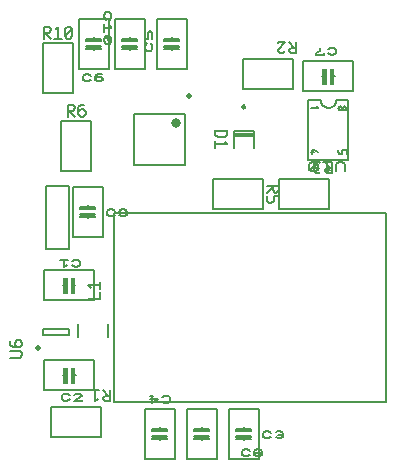
<source format=gbr>
G04 Generated by Ultiboard 13.0 *
%FSLAX24Y24*%
%MOIN*%

%ADD10C,0.0001*%
%ADD11C,0.0080*%
%ADD12C,0.0061*%
%ADD13C,0.0079*%
%ADD14C,0.0098*%
%ADD15C,0.01969*%
%ADD16C,0.03150*%


G04 ColorRGB FFFF00 for the following layer *
%LNSilkscreen Top*%
%LPD*%
G54D10*
G54D11*
X-23711Y12004D02*
X-23622Y12049D01*
X-23533Y12049D01*
X-23444Y12004D01*
X-23444Y11868D01*
X-23533Y11823D01*
X-23622Y11823D01*
X-23711Y11868D01*
X-24111Y11958D02*
X-23844Y11958D01*
X-24067Y11823D01*
X-24067Y12049D01*
X-24022Y12049D02*
X-24111Y12049D01*
X-23300Y11633D02*
X-23300Y9967D01*
X-24300Y9967D02*
X-24300Y11633D01*
X-23300Y9967D02*
X-24300Y9967D01*
X-23800Y10633D02*
X-23800Y10584D01*
X-24300Y11633D02*
X-23300Y11633D01*
X-24050Y10717D02*
X-23550Y10717D01*
X-24050Y10633D02*
X-23550Y10633D01*
X-24050Y10667D02*
X-23550Y10667D01*
X-23550Y10967D02*
X-24050Y10967D01*
X-23550Y10883D02*
X-24050Y10883D01*
X-24050Y10917D02*
X-23550Y10917D01*
X-23800Y10967D02*
X-23800Y11007D01*
X-20089Y10696D02*
X-20178Y10651D01*
X-20267Y10651D01*
X-20356Y10696D01*
X-20356Y10832D01*
X-20267Y10877D01*
X-20178Y10877D01*
X-20089Y10832D01*
X-19911Y10855D02*
X-19867Y10877D01*
X-19778Y10877D01*
X-19689Y10832D01*
X-19689Y10787D01*
X-19733Y10764D01*
X-19689Y10742D01*
X-19689Y10696D01*
X-19778Y10651D01*
X-19867Y10651D01*
X-19911Y10674D01*
X-19867Y10764D02*
X-19733Y10764D01*
X-21500Y9967D02*
X-21500Y11633D01*
X-20500Y11633D02*
X-20500Y9967D01*
X-21500Y11633D02*
X-20500Y11633D01*
X-21000Y10967D02*
X-21000Y11016D01*
X-20500Y9967D02*
X-21500Y9967D01*
X-20750Y10883D02*
X-21250Y10883D01*
X-20750Y10967D02*
X-21250Y10967D01*
X-20750Y10933D02*
X-21250Y10933D01*
X-21250Y10633D02*
X-20750Y10633D01*
X-21250Y10717D02*
X-20750Y10717D01*
X-20750Y10683D02*
X-21250Y10683D01*
X-21000Y10633D02*
X-21000Y10593D01*
X-20789Y10096D02*
X-20878Y10051D01*
X-20967Y10051D01*
X-21056Y10096D01*
X-21056Y10232D01*
X-20967Y10277D01*
X-20878Y10277D01*
X-20789Y10232D01*
X-20478Y10051D02*
X-20567Y10051D01*
X-20656Y10096D01*
X-20656Y10142D01*
X-20611Y10164D01*
X-20656Y10187D01*
X-20656Y10232D01*
X-20567Y10277D01*
X-20478Y10277D01*
X-20389Y10232D01*
X-20389Y10187D01*
X-20433Y10164D01*
X-20389Y10142D01*
X-20389Y10096D01*
X-20478Y10051D01*
X-20611Y10164D02*
X-20433Y10164D01*
X-21900Y11633D02*
X-21900Y9967D01*
X-22900Y9967D02*
X-22900Y11633D01*
X-21900Y9967D02*
X-22900Y9967D01*
X-22400Y10633D02*
X-22400Y10584D01*
X-22900Y11633D02*
X-21900Y11633D01*
X-22650Y10717D02*
X-22150Y10717D01*
X-22650Y10633D02*
X-22150Y10633D01*
X-22650Y10667D02*
X-22150Y10667D01*
X-22150Y10967D02*
X-22650Y10967D01*
X-22150Y10883D02*
X-22650Y10883D01*
X-22650Y10917D02*
X-22150Y10917D01*
X-22400Y10967D02*
X-22400Y11007D01*
X-24096Y23811D02*
X-24051Y23722D01*
X-24051Y23633D01*
X-24096Y23544D01*
X-24232Y23544D01*
X-24277Y23633D01*
X-24277Y23722D01*
X-24232Y23811D01*
X-24277Y24211D02*
X-24277Y23944D01*
X-24187Y23944D01*
X-24187Y24122D01*
X-24142Y24211D01*
X-24096Y24211D01*
X-24051Y24122D01*
X-24051Y23944D01*
X-23900Y22967D02*
X-23900Y24633D01*
X-22900Y24633D02*
X-22900Y22967D01*
X-23900Y24633D02*
X-22900Y24633D01*
X-23400Y23967D02*
X-23400Y24016D01*
X-22900Y22967D02*
X-23900Y22967D01*
X-23150Y23883D02*
X-23650Y23883D01*
X-23150Y23967D02*
X-23650Y23967D01*
X-23150Y23933D02*
X-23650Y23933D01*
X-23650Y23633D02*
X-23150Y23633D01*
X-23650Y23717D02*
X-23150Y23717D01*
X-23150Y23683D02*
X-23650Y23683D01*
X-23400Y23633D02*
X-23400Y23593D01*
X-25604Y24589D02*
X-25649Y24678D01*
X-25649Y24767D01*
X-25604Y24856D01*
X-25468Y24856D01*
X-25423Y24767D01*
X-25423Y24678D01*
X-25468Y24589D01*
X-25468Y24411D02*
X-25423Y24322D01*
X-25649Y24322D01*
X-25649Y24456D02*
X-25649Y24189D01*
X-25468Y24056D02*
X-25423Y23967D01*
X-25423Y23878D01*
X-25468Y23789D01*
X-25604Y23789D01*
X-25649Y23878D01*
X-25649Y23967D01*
X-25604Y24056D01*
X-25468Y24056D01*
X-25468Y23789D02*
X-25604Y24056D01*
X-25300Y22967D02*
X-25300Y24633D01*
X-24300Y24633D02*
X-24300Y22967D01*
X-25300Y24633D02*
X-24300Y24633D01*
X-24800Y23967D02*
X-24800Y24016D01*
X-24300Y22967D02*
X-25300Y22967D01*
X-24550Y23883D02*
X-25050Y23883D01*
X-24550Y23967D02*
X-25050Y23967D01*
X-24550Y23933D02*
X-25050Y23933D01*
X-25050Y23633D02*
X-24550Y23633D01*
X-25050Y23717D02*
X-24550Y23717D01*
X-24550Y23683D02*
X-25050Y23683D01*
X-24800Y23633D02*
X-24800Y23593D01*
X-26806Y11936D02*
X-26895Y11891D01*
X-26984Y11891D01*
X-27073Y11936D01*
X-27073Y12072D01*
X-26984Y12117D01*
X-26895Y12117D01*
X-26806Y12072D01*
X-26673Y12072D02*
X-26584Y12117D01*
X-26495Y12117D01*
X-26406Y12072D01*
X-26406Y12050D01*
X-26673Y11891D01*
X-26406Y11891D01*
X-26406Y11914D01*
X-27651Y13240D02*
X-25984Y13240D01*
X-25984Y12240D02*
X-27651Y12240D01*
X-25984Y13240D02*
X-25984Y12240D01*
X-26651Y12740D02*
X-26601Y12740D01*
X-27651Y12240D02*
X-27651Y13240D01*
X-26734Y12490D02*
X-26734Y12990D01*
X-26651Y12490D02*
X-26651Y12990D01*
X-26684Y12490D02*
X-26684Y12990D01*
X-26984Y12990D02*
X-26984Y12490D01*
X-26901Y12990D02*
X-26901Y12490D01*
X-26934Y12490D02*
X-26934Y12990D01*
X-26984Y12740D02*
X-27024Y12740D01*
X-26818Y14290D02*
X-27684Y14290D01*
X-27674Y14093D02*
X-26828Y14093D01*
X-26818Y14093D02*
X-26818Y14290D01*
X-27684Y14290D02*
X-27684Y14093D01*
X-26728Y16544D02*
X-26639Y16589D01*
X-26551Y16589D01*
X-26462Y16544D01*
X-26462Y16408D01*
X-26551Y16363D01*
X-26639Y16363D01*
X-26728Y16408D01*
X-26906Y16408D02*
X-26995Y16363D01*
X-26995Y16589D01*
X-26862Y16589D02*
X-27128Y16589D01*
X-25984Y15240D02*
X-27651Y15240D01*
X-27651Y16240D02*
X-25984Y16240D01*
X-27651Y15240D02*
X-27651Y16240D01*
X-26984Y15740D02*
X-27033Y15740D01*
X-25984Y16240D02*
X-25984Y15240D01*
X-26901Y15990D02*
X-26901Y15490D01*
X-26984Y15990D02*
X-26984Y15490D01*
X-26951Y15990D02*
X-26951Y15490D01*
X-26651Y15490D02*
X-26651Y15990D01*
X-26734Y15490D02*
X-26734Y15990D01*
X-26701Y15990D02*
X-26701Y15490D01*
X-26651Y15740D02*
X-26610Y15740D01*
X-26089Y22596D02*
X-26178Y22551D01*
X-26267Y22551D01*
X-26356Y22596D01*
X-26356Y22732D01*
X-26267Y22777D01*
X-26178Y22777D01*
X-26089Y22732D01*
X-25733Y22777D02*
X-25867Y22777D01*
X-25956Y22732D01*
X-25956Y22642D01*
X-25956Y22596D01*
X-25867Y22551D01*
X-25778Y22551D01*
X-25689Y22596D01*
X-25689Y22642D01*
X-25778Y22687D01*
X-25867Y22687D01*
X-25956Y22642D01*
X-25500Y24633D02*
X-25500Y22967D01*
X-26500Y22967D02*
X-26500Y24633D01*
X-25500Y22967D02*
X-26500Y22967D01*
X-26000Y23633D02*
X-26000Y23584D01*
X-26500Y24633D02*
X-25500Y24633D01*
X-26250Y23717D02*
X-25750Y23717D01*
X-26250Y23633D02*
X-25750Y23633D01*
X-26250Y23667D02*
X-25750Y23667D01*
X-25750Y23967D02*
X-26250Y23967D01*
X-25750Y23883D02*
X-26250Y23883D01*
X-26250Y23917D02*
X-25750Y23917D01*
X-26000Y23967D02*
X-26000Y24007D01*
X-25470Y12266D02*
X-25470Y11872D01*
X-25627Y11872D01*
X-25705Y11951D01*
X-25705Y11990D01*
X-25627Y12069D01*
X-25470Y12069D01*
X-25509Y12069D02*
X-25705Y12266D01*
X-25862Y11951D02*
X-25940Y11872D01*
X-25940Y12266D01*
X-25823Y12266D02*
X-26058Y12266D01*
X-27433Y11700D02*
X-25767Y11700D01*
X-25767Y10700D02*
X-27433Y10700D01*
X-25767Y11700D02*
X-25767Y10700D01*
X-27433Y10700D02*
X-27433Y11700D01*
X-18070Y19866D02*
X-18070Y19472D01*
X-18227Y19472D01*
X-18305Y19551D01*
X-18305Y19590D01*
X-18227Y19669D01*
X-18070Y19669D01*
X-18109Y19669D02*
X-18305Y19866D01*
X-18462Y19511D02*
X-18501Y19472D01*
X-18579Y19472D01*
X-18658Y19551D01*
X-18658Y19630D01*
X-18618Y19669D01*
X-18658Y19708D01*
X-18658Y19787D01*
X-18579Y19866D01*
X-18501Y19866D01*
X-18462Y19826D01*
X-18501Y19669D02*
X-18618Y19669D01*
X-19833Y19300D02*
X-18167Y19300D01*
X-18167Y18300D02*
X-19833Y18300D01*
X-18167Y19300D02*
X-18167Y18300D01*
X-19833Y18300D02*
X-19833Y19300D01*
X-26861Y21367D02*
X-26861Y21761D01*
X-26704Y21761D01*
X-26626Y21682D01*
X-26626Y21643D01*
X-26704Y21564D01*
X-26861Y21564D01*
X-26822Y21564D02*
X-26626Y21367D01*
X-26312Y21761D02*
X-26430Y21761D01*
X-26508Y21682D01*
X-26508Y21524D01*
X-26508Y21446D01*
X-26430Y21367D01*
X-26351Y21367D01*
X-26273Y21446D01*
X-26273Y21524D01*
X-26351Y21603D01*
X-26430Y21603D01*
X-26508Y21524D01*
X-27100Y19567D02*
X-27100Y21233D01*
X-26100Y21233D02*
X-26100Y19567D01*
X-27100Y21233D02*
X-26100Y21233D01*
X-26100Y19567D02*
X-27100Y19567D01*
X-25289Y18096D02*
X-25378Y18051D01*
X-25467Y18051D01*
X-25556Y18096D01*
X-25556Y18232D01*
X-25467Y18277D01*
X-25378Y18277D01*
X-25289Y18232D01*
X-25156Y18096D02*
X-25067Y18051D01*
X-24978Y18051D01*
X-24889Y18096D01*
X-24889Y18187D01*
X-24889Y18232D01*
X-24978Y18277D01*
X-25067Y18277D01*
X-25156Y18232D01*
X-25156Y18187D01*
X-25067Y18142D01*
X-24978Y18142D01*
X-24889Y18187D01*
X-25700Y19033D02*
X-25700Y17367D01*
X-26700Y17367D02*
X-26700Y19033D01*
X-25700Y17367D02*
X-26700Y17367D01*
X-26200Y18033D02*
X-26200Y17984D01*
X-26700Y19033D02*
X-25700Y19033D01*
X-26450Y18117D02*
X-25950Y18117D01*
X-26450Y18033D02*
X-25950Y18033D01*
X-26450Y18067D02*
X-25950Y18067D01*
X-25950Y18367D02*
X-26450Y18367D01*
X-25950Y18283D02*
X-26450Y18283D01*
X-26450Y18317D02*
X-25950Y18317D01*
X-26200Y18367D02*
X-26200Y18407D01*
X-27574Y19043D02*
X-27574Y16957D01*
X-26826Y16957D01*
X-26826Y19043D01*
X-27574Y19043D01*
X-25328Y18150D02*
X-25328Y11850D01*
X-16272Y11850D01*
X-16272Y18150D01*
X-25328Y18150D01*
X-20233Y19061D02*
X-19839Y19061D01*
X-19839Y18904D01*
X-19918Y18826D01*
X-19957Y18826D01*
X-20036Y18904D01*
X-20036Y19061D01*
X-20036Y19022D02*
X-20233Y18826D01*
X-19839Y18473D02*
X-19839Y18708D01*
X-19997Y18708D01*
X-19997Y18551D01*
X-20076Y18473D01*
X-20154Y18473D01*
X-20233Y18551D01*
X-20233Y18708D01*
X-22033Y19300D02*
X-20367Y19300D01*
X-20367Y18300D02*
X-22033Y18300D01*
X-20367Y19300D02*
X-20367Y18300D01*
X-22033Y18300D02*
X-22033Y19300D01*
X-27661Y23967D02*
X-27661Y24361D01*
X-27504Y24361D01*
X-27426Y24282D01*
X-27426Y24243D01*
X-27504Y24164D01*
X-27661Y24164D01*
X-27622Y24164D02*
X-27426Y23967D01*
X-27269Y24282D02*
X-27191Y24361D01*
X-27191Y23967D01*
X-27308Y23967D02*
X-27073Y23967D01*
X-26955Y24282D02*
X-26877Y24361D01*
X-26799Y24361D01*
X-26720Y24282D01*
X-26720Y24046D01*
X-26799Y23967D01*
X-26877Y23967D01*
X-26955Y24046D01*
X-26955Y24282D01*
X-26720Y24282D02*
X-26955Y24046D01*
X-27700Y22167D02*
X-27700Y23833D01*
X-26700Y23833D02*
X-26700Y22167D01*
X-27700Y23833D02*
X-26700Y23833D01*
X-26700Y22167D02*
X-27700Y22167D01*
X-19270Y23866D02*
X-19270Y23472D01*
X-19427Y23472D01*
X-19505Y23551D01*
X-19505Y23590D01*
X-19427Y23669D01*
X-19270Y23669D01*
X-19309Y23669D02*
X-19505Y23866D01*
X-19623Y23551D02*
X-19701Y23472D01*
X-19779Y23472D01*
X-19858Y23551D01*
X-19858Y23590D01*
X-19623Y23866D01*
X-19858Y23866D01*
X-19858Y23826D01*
X-21033Y23300D02*
X-19367Y23300D01*
X-19367Y22300D02*
X-21033Y22300D01*
X-19367Y23300D02*
X-19367Y22300D01*
X-21033Y22300D02*
X-21033Y23300D01*
X-18184Y23614D02*
X-18096Y23659D01*
X-18007Y23659D01*
X-17918Y23614D01*
X-17918Y23478D01*
X-18007Y23433D01*
X-18096Y23433D01*
X-18184Y23478D01*
X-18451Y23659D02*
X-18451Y23546D01*
X-18584Y23478D01*
X-18584Y23433D01*
X-18318Y23433D01*
X-18318Y23478D01*
X-17340Y22210D02*
X-19007Y22210D01*
X-19007Y23210D02*
X-17340Y23210D01*
X-19007Y22210D02*
X-19007Y23210D01*
X-18340Y22710D02*
X-18389Y22710D01*
X-17340Y23210D02*
X-17340Y22210D01*
X-18257Y22960D02*
X-18257Y22460D01*
X-18340Y22960D02*
X-18340Y22460D01*
X-18307Y22960D02*
X-18307Y22460D01*
X-18007Y22460D02*
X-18007Y22960D01*
X-18090Y22460D02*
X-18090Y22960D01*
X-18057Y22960D02*
X-18057Y22460D01*
X-18007Y22710D02*
X-17966Y22710D01*
X-17623Y19540D02*
X-17623Y19778D01*
X-17723Y19837D01*
X-17823Y19837D01*
X-17923Y19778D01*
X-17923Y19540D01*
X-18123Y19599D02*
X-18223Y19540D01*
X-18223Y19837D01*
X-18073Y19837D02*
X-18373Y19837D01*
X-18523Y19599D02*
X-18623Y19540D01*
X-18723Y19540D01*
X-18823Y19599D01*
X-18823Y19778D01*
X-18723Y19837D01*
X-18623Y19837D01*
X-18523Y19778D01*
X-18523Y19599D01*
X-18823Y19599D02*
X-18523Y19778D01*
X-18840Y19910D02*
X-18840Y21910D01*
X-17507Y21910D02*
X-17507Y19910D01*
X-18773Y21643D02*
X-18507Y21643D01*
X-18573Y21710D01*
X-18423Y21910D02*
X-18422Y21888D01*
X-18420Y21867D01*
X-18415Y21845D01*
X-18408Y21824D01*
X-18400Y21804D01*
X-18390Y21785D01*
X-18378Y21767D01*
X-18365Y21749D01*
X-18350Y21733D01*
X-18334Y21718D01*
X-18317Y21705D01*
X-18298Y21693D01*
X-18279Y21683D01*
X-18259Y21675D01*
X-18238Y21669D01*
X-18217Y21664D01*
X-18195Y21661D01*
X-18173Y21660D01*
X-18152Y21661D01*
X-18130Y21664D01*
X-18109Y21669D01*
X-18088Y21675D01*
X-18068Y21683D01*
X-18048Y21693D01*
X-18030Y21705D01*
X-18013Y21718D01*
X-17997Y21733D01*
X-17982Y21749D01*
X-17969Y21767D01*
X-17957Y21785D01*
X-17947Y21804D01*
X-17938Y21824D01*
X-17932Y21845D01*
X-17927Y21867D01*
X-17924Y21888D01*
X-17923Y21910D01*
X-17773Y21577D02*
X-17768Y21577D01*
X-17762Y21578D01*
X-17756Y21579D01*
X-17751Y21581D01*
X-17745Y21583D01*
X-17740Y21586D01*
X-17735Y21589D01*
X-17730Y21592D01*
X-17726Y21596D01*
X-17722Y21600D01*
X-17719Y21605D01*
X-17716Y21610D01*
X-17713Y21615D01*
X-17711Y21621D01*
X-17709Y21626D01*
X-17708Y21632D01*
X-17707Y21638D01*
X-17707Y21643D01*
X-17707Y21649D01*
X-17708Y21655D01*
X-17709Y21661D01*
X-17711Y21666D01*
X-17713Y21672D01*
X-17716Y21677D01*
X-17719Y21682D01*
X-17722Y21686D01*
X-17726Y21690D01*
X-17730Y21694D01*
X-17735Y21698D01*
X-17740Y21701D01*
X-17745Y21704D01*
X-17751Y21706D01*
X-17756Y21708D01*
X-17762Y21709D01*
X-17768Y21710D01*
X-17773Y21710D01*
X-17779Y21710D01*
X-17785Y21709D01*
X-17791Y21708D01*
X-17796Y21706D01*
X-17801Y21704D01*
X-17807Y21701D01*
X-17812Y21698D01*
X-17816Y21694D01*
X-17820Y21690D01*
X-17824Y21686D01*
X-17828Y21682D01*
X-17831Y21677D01*
X-17834Y21672D01*
X-17836Y21666D01*
X-17838Y21661D01*
X-17839Y21655D01*
X-17840Y21649D01*
X-17840Y21643D01*
X-17840Y21638D01*
X-17839Y21632D01*
X-17838Y21626D01*
X-17836Y21621D01*
X-17834Y21615D01*
X-17831Y21610D01*
X-17828Y21605D01*
X-17824Y21600D01*
X-17820Y21596D01*
X-17816Y21592D01*
X-17812Y21589D01*
X-17807Y21586D01*
X-17801Y21583D01*
X-17796Y21581D01*
X-17791Y21579D01*
X-17785Y21578D01*
X-17779Y21577D01*
X-17773Y21577D01*
X-17640Y21577D02*
X-17634Y21577D01*
X-17628Y21578D01*
X-17623Y21579D01*
X-17617Y21581D01*
X-17612Y21583D01*
X-17607Y21586D01*
X-17602Y21589D01*
X-17597Y21592D01*
X-17593Y21596D01*
X-17589Y21600D01*
X-17585Y21605D01*
X-17582Y21610D01*
X-17580Y21615D01*
X-17577Y21621D01*
X-17576Y21626D01*
X-17574Y21632D01*
X-17574Y21638D01*
X-17573Y21643D01*
X-17574Y21649D01*
X-17574Y21655D01*
X-17576Y21661D01*
X-17577Y21666D01*
X-17580Y21672D01*
X-17582Y21677D01*
X-17585Y21682D01*
X-17589Y21686D01*
X-17593Y21690D01*
X-17597Y21694D01*
X-17602Y21698D01*
X-17607Y21701D01*
X-17612Y21704D01*
X-17617Y21706D01*
X-17623Y21708D01*
X-17628Y21709D01*
X-17634Y21710D01*
X-17640Y21710D01*
X-17646Y21710D01*
X-17652Y21709D01*
X-17657Y21708D01*
X-17663Y21706D01*
X-17668Y21704D01*
X-17673Y21701D01*
X-17678Y21698D01*
X-17683Y21694D01*
X-17687Y21690D01*
X-17691Y21686D01*
X-17695Y21682D01*
X-17698Y21677D01*
X-17700Y21672D01*
X-17703Y21666D01*
X-17704Y21661D01*
X-17706Y21655D01*
X-17706Y21649D01*
X-17707Y21643D01*
X-17706Y21638D01*
X-17706Y21632D01*
X-17704Y21626D01*
X-17703Y21621D01*
X-17700Y21615D01*
X-17698Y21610D01*
X-17695Y21605D01*
X-17691Y21600D01*
X-17687Y21596D01*
X-17683Y21592D01*
X-17678Y21589D01*
X-17673Y21586D01*
X-17668Y21583D01*
X-17663Y21581D01*
X-17657Y21579D01*
X-17652Y21578D01*
X-17646Y21577D01*
X-17640Y21577D01*
X-17923Y21910D02*
X-17507Y21910D01*
X-18840Y21910D02*
X-18423Y21910D01*
X-18707Y20110D02*
X-18707Y20243D01*
X-17573Y20243D02*
X-17573Y20110D01*
X-17840Y20177D02*
X-17840Y20171D01*
X-17839Y20165D01*
X-17838Y20159D01*
X-17836Y20154D01*
X-17834Y20148D01*
X-17831Y20143D01*
X-17828Y20138D01*
X-17824Y20134D01*
X-17820Y20130D01*
X-17816Y20126D01*
X-17812Y20122D01*
X-17807Y20119D01*
X-17801Y20116D01*
X-17796Y20114D01*
X-17791Y20112D01*
X-17785Y20111D01*
X-17779Y20110D01*
X-17773Y20110D01*
X-17768Y20110D01*
X-17762Y20111D01*
X-17756Y20112D01*
X-17751Y20114D01*
X-17745Y20116D01*
X-17740Y20119D01*
X-17735Y20122D01*
X-17730Y20126D01*
X-17726Y20130D01*
X-17722Y20134D01*
X-17719Y20138D01*
X-17716Y20143D01*
X-17713Y20148D01*
X-17711Y20154D01*
X-17709Y20159D01*
X-17708Y20165D01*
X-17707Y20171D01*
X-17707Y20177D01*
X-17707Y20243D02*
X-17707Y20177D01*
X-17707Y20243D02*
X-17573Y20243D01*
X-18773Y20177D02*
X-18640Y20177D01*
X-18707Y20243D02*
X-18640Y20243D01*
X-18507Y20177D01*
X-17840Y20243D02*
X-17840Y20177D01*
X-17507Y19910D02*
X-18840Y19910D01*
G54D12*
X-26178Y15274D02*
X-25784Y15274D01*
X-25784Y15509D01*
X-26099Y15666D02*
X-26178Y15744D01*
X-25784Y15744D01*
X-25784Y15626D02*
X-25784Y15862D01*
X-28778Y13326D02*
X-28464Y13326D01*
X-28385Y13404D01*
X-28385Y13483D01*
X-28464Y13561D01*
X-28778Y13561D01*
X-28778Y13874D02*
X-28778Y13756D01*
X-28699Y13678D01*
X-28542Y13678D01*
X-28464Y13678D01*
X-28385Y13756D01*
X-28385Y13835D01*
X-28464Y13913D01*
X-28542Y13913D01*
X-28621Y13835D01*
X-28621Y13756D01*
X-28542Y13678D01*
X-21945Y20914D02*
X-21945Y20757D01*
X-21866Y20678D01*
X-21630Y20678D01*
X-21551Y20757D01*
X-21551Y20914D01*
X-21551Y20874D02*
X-21945Y20874D01*
X-21630Y20522D02*
X-21551Y20443D01*
X-21945Y20443D01*
X-21945Y20561D02*
X-21945Y20326D01*
G54D13*
X-25525Y14023D02*
X-25525Y14457D01*
X-26509Y14023D02*
X-26509Y14457D01*
X-26509Y14023D02*
X-26509Y14457D01*
X-22954Y21446D02*
X-24646Y21446D01*
X-24646Y19754D01*
X-22954Y19754D01*
X-22954Y21446D01*
X-21335Y20876D02*
X-21335Y20324D01*
X-20665Y20876D02*
X-20665Y20324D01*
X-21335Y20876D02*
X-20665Y20876D01*
X-21335Y20797D02*
X-20665Y20797D01*
X-21335Y20718D02*
X-20665Y20718D01*
G54D14*
X-21049Y21683D02*
G75*
D01*
G02X-21049Y21683I49J0*
G01*
G54D15*
X-27842Y13665D03*
X-22811Y22058D03*
G54D16*
X-23260Y21162D03*

M02*

</source>
